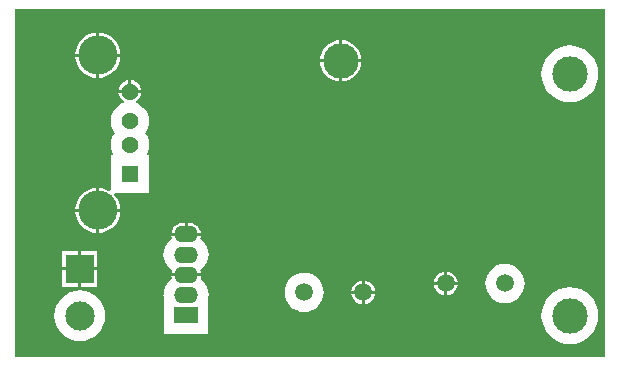
<source format=gbl>
G04*
G04 #@! TF.GenerationSoftware,Altium Limited,Altium Designer,18.0.9 (584)*
G04*
G04 Layer_Physical_Order=2*
G04 Layer_Color=16711680*
%FSLAX25Y25*%
%MOIN*%
G70*
G01*
G75*
%ADD39R,0.05622X0.05622*%
%ADD40C,0.05622*%
%ADD41C,0.13055*%
%ADD42O,0.07874X0.05512*%
%ADD43R,0.07874X0.05512*%
%ADD44C,0.05906*%
%ADD45R,0.09744X0.09744*%
%ADD46C,0.09744*%
%ADD47C,0.11811*%
G36*
X196850Y0D02*
X0D01*
Y116142D01*
X196850D01*
Y0D01*
D02*
G37*
%LPC*%
G36*
X28177Y108184D02*
Y101169D01*
X35192D01*
X35096Y102145D01*
X34665Y103564D01*
X33966Y104872D01*
X33026Y106018D01*
X31879Y106958D01*
X30572Y107658D01*
X29153Y108088D01*
X28177Y108184D01*
D02*
G37*
G36*
X27177Y108184D02*
X26202Y108088D01*
X24783Y107658D01*
X23475Y106958D01*
X22329Y106018D01*
X21388Y104872D01*
X20689Y103564D01*
X20258Y102145D01*
X20162Y101169D01*
X27177D01*
Y108184D01*
D02*
G37*
G36*
X109161Y105709D02*
Y99319D01*
X115551D01*
X115467Y100173D01*
X115072Y101474D01*
X114431Y102674D01*
X113568Y103726D01*
X112516Y104588D01*
X111317Y105230D01*
X110015Y105624D01*
X109161Y105709D01*
D02*
G37*
G36*
X108161D02*
X107308Y105624D01*
X106006Y105230D01*
X104806Y104588D01*
X103755Y103726D01*
X102892Y102674D01*
X102251Y101474D01*
X101856Y100173D01*
X101772Y99319D01*
X108161D01*
Y105709D01*
D02*
G37*
G36*
X35192Y100169D02*
X28177D01*
Y93155D01*
X29153Y93251D01*
X30572Y93681D01*
X31879Y94380D01*
X33026Y95321D01*
X33966Y96467D01*
X34665Y97775D01*
X35096Y99194D01*
X35192Y100169D01*
D02*
G37*
G36*
X27177D02*
X20162D01*
X20258Y99194D01*
X20689Y97775D01*
X21388Y96467D01*
X22329Y95321D01*
X23475Y94380D01*
X24783Y93681D01*
X26202Y93251D01*
X27177Y93155D01*
Y100169D01*
D02*
G37*
G36*
X115551Y98319D02*
X109161D01*
Y91929D01*
X110015Y92013D01*
X111317Y92408D01*
X112516Y93049D01*
X113568Y93912D01*
X114431Y94964D01*
X115072Y96163D01*
X115467Y97465D01*
X115551Y98319D01*
D02*
G37*
G36*
X108161D02*
X101772D01*
X101856Y97465D01*
X102251Y96163D01*
X102892Y94964D01*
X103755Y93912D01*
X104806Y93049D01*
X106006Y92408D01*
X107308Y92013D01*
X108161Y91929D01*
Y98319D01*
D02*
G37*
G36*
X38846Y92361D02*
Y89083D01*
X42125D01*
X42059Y89578D01*
X41675Y90505D01*
X41065Y91301D01*
X40268Y91912D01*
X39341Y92296D01*
X38846Y92361D01*
D02*
G37*
G36*
X37846D02*
X37352Y92296D01*
X36424Y91912D01*
X35628Y91301D01*
X35017Y90505D01*
X34633Y89578D01*
X34568Y89083D01*
X37846D01*
Y92361D01*
D02*
G37*
G36*
X185039Y103983D02*
X183187Y103800D01*
X181406Y103260D01*
X179764Y102383D01*
X178326Y101202D01*
X177145Y99763D01*
X176268Y98122D01*
X175727Y96341D01*
X175545Y94488D01*
X175727Y92636D01*
X176268Y90855D01*
X177145Y89213D01*
X178326Y87774D01*
X179764Y86594D01*
X181406Y85716D01*
X183187Y85176D01*
X185039Y84994D01*
X186892Y85176D01*
X188673Y85716D01*
X190314Y86594D01*
X191753Y87774D01*
X192934Y89213D01*
X193811Y90855D01*
X194351Y92636D01*
X194534Y94488D01*
X194351Y96341D01*
X193811Y98122D01*
X192934Y99763D01*
X191753Y101202D01*
X190314Y102383D01*
X188673Y103260D01*
X186892Y103800D01*
X185039Y103983D01*
D02*
G37*
G36*
X42125Y88083D02*
X38346D01*
X34568D01*
X34633Y87588D01*
X35017Y86661D01*
X35628Y85865D01*
X36363Y85301D01*
X36386Y84786D01*
X35903Y84639D01*
X34799Y84049D01*
X33832Y83255D01*
X33037Y82288D01*
X32447Y81184D01*
X32084Y79986D01*
X31961Y78740D01*
X32084Y77495D01*
X32447Y76297D01*
X33037Y75193D01*
X33357Y74803D01*
X33037Y74414D01*
X32447Y73310D01*
X32084Y72112D01*
X31961Y70866D01*
X32084Y69621D01*
X32447Y68423D01*
X32777Y67807D01*
X32520Y67378D01*
X31992D01*
Y55733D01*
X31492Y55433D01*
X30572Y55925D01*
X29153Y56356D01*
X28177Y56452D01*
Y49437D01*
X35192D01*
X35096Y50413D01*
X34665Y51832D01*
X33966Y53139D01*
X33121Y54169D01*
X33288Y54669D01*
X44701D01*
Y67378D01*
X44173D01*
X43916Y67807D01*
X44245Y68423D01*
X44609Y69621D01*
X44732Y70866D01*
X44609Y72112D01*
X44245Y73310D01*
X43655Y74414D01*
X43336Y74803D01*
X43655Y75193D01*
X44245Y76297D01*
X44609Y77495D01*
X44732Y78740D01*
X44609Y79986D01*
X44245Y81184D01*
X43655Y82288D01*
X42861Y83255D01*
X41894Y84049D01*
X40790Y84639D01*
X40307Y84786D01*
X40330Y85301D01*
X41065Y85865D01*
X41675Y86661D01*
X42059Y87588D01*
X42125Y88083D01*
D02*
G37*
G36*
X27177Y56452D02*
X26202Y56356D01*
X24783Y55925D01*
X23475Y55226D01*
X22329Y54286D01*
X21388Y53139D01*
X20689Y51832D01*
X20258Y50413D01*
X20162Y49437D01*
X27177D01*
Y56452D01*
D02*
G37*
G36*
X58268Y44733D02*
X57587D01*
Y41445D01*
X61990D01*
X61927Y41925D01*
X61549Y42839D01*
X60947Y43624D01*
X60162Y44226D01*
X59248Y44604D01*
X58268Y44733D01*
D02*
G37*
G36*
X56587D02*
X55905D01*
X54925Y44604D01*
X54011Y44226D01*
X53227Y43624D01*
X52625Y42839D01*
X52246Y41925D01*
X52183Y41445D01*
X56587D01*
Y44733D01*
D02*
G37*
G36*
X35192Y48437D02*
X28177D01*
Y41422D01*
X29153Y41518D01*
X30572Y41949D01*
X31879Y42648D01*
X33026Y43589D01*
X33966Y44735D01*
X34665Y46042D01*
X35096Y47461D01*
X35192Y48437D01*
D02*
G37*
G36*
X27177D02*
X20162D01*
X20258Y47461D01*
X20689Y46042D01*
X21388Y44735D01*
X22329Y43589D01*
X23475Y42648D01*
X24783Y41949D01*
X26202Y41518D01*
X27177Y41422D01*
Y48437D01*
D02*
G37*
G36*
X27526Y35321D02*
X22153D01*
Y29949D01*
X27526D01*
Y35321D01*
D02*
G37*
G36*
X21154D02*
X15781D01*
Y29949D01*
X21154D01*
Y35321D01*
D02*
G37*
G36*
X58268Y40582D02*
X57087D01*
X55905D01*
X54671Y40460D01*
X54620Y40445D01*
X52183D01*
X52246Y39964D01*
X52425Y39534D01*
X52389Y39515D01*
X51430Y38728D01*
X50643Y37769D01*
X50058Y36674D01*
X49697Y35487D01*
X49576Y34252D01*
X49697Y33017D01*
X50058Y31830D01*
X50643Y30735D01*
X51430Y29776D01*
X52389Y28989D01*
X52425Y28970D01*
X52246Y28540D01*
X52183Y28059D01*
X54620D01*
X54671Y28044D01*
X55905Y27922D01*
X57087D01*
X58268D01*
X59503Y28044D01*
X59553Y28059D01*
X61990D01*
X61927Y28540D01*
X61749Y28970D01*
X61784Y28989D01*
X62744Y29776D01*
X63531Y30735D01*
X64116Y31830D01*
X64476Y33017D01*
X64597Y34252D01*
X64476Y35487D01*
X64116Y36674D01*
X63531Y37769D01*
X62744Y38728D01*
X61784Y39515D01*
X61749Y39534D01*
X61927Y39964D01*
X61990Y40445D01*
X59553D01*
X59503Y40460D01*
X58268Y40582D01*
D02*
G37*
G36*
X144201Y28527D02*
Y25106D01*
X147622D01*
X147552Y25638D01*
X147153Y26600D01*
X146520Y27425D01*
X145694Y28059D01*
X144733Y28457D01*
X144201Y28527D01*
D02*
G37*
G36*
X143201D02*
X142669Y28457D01*
X141707Y28059D01*
X140882Y27425D01*
X140248Y26600D01*
X139850Y25638D01*
X139780Y25106D01*
X143201D01*
Y28527D01*
D02*
G37*
G36*
X27526Y28949D02*
X22153D01*
Y23577D01*
X27526D01*
Y28949D01*
D02*
G37*
G36*
X21154D02*
X15781D01*
Y23577D01*
X21154D01*
Y28949D01*
D02*
G37*
G36*
X116642Y25575D02*
Y22153D01*
X120063D01*
X119993Y22685D01*
X119595Y23647D01*
X118961Y24473D01*
X118135Y25106D01*
X117174Y25505D01*
X116642Y25575D01*
D02*
G37*
G36*
X115642Y25575D02*
X115110Y25505D01*
X114148Y25106D01*
X113323Y24473D01*
X112689Y23647D01*
X112291Y22685D01*
X112221Y22153D01*
X115642D01*
Y25575D01*
D02*
G37*
G36*
X147622Y24106D02*
X144201D01*
Y20685D01*
X144733Y20755D01*
X145694Y21154D01*
X146520Y21787D01*
X147153Y22613D01*
X147552Y23574D01*
X147622Y24106D01*
D02*
G37*
G36*
X143201D02*
X139780D01*
X139850Y23574D01*
X140248Y22613D01*
X140882Y21787D01*
X141707Y21154D01*
X142669Y20755D01*
X143201Y20685D01*
Y24106D01*
D02*
G37*
G36*
X163386Y31134D02*
X162112Y31008D01*
X160888Y30637D01*
X159759Y30034D01*
X158770Y29222D01*
X157958Y28233D01*
X157355Y27104D01*
X156984Y25880D01*
X156858Y24606D01*
X156984Y23333D01*
X157355Y22108D01*
X157958Y20980D01*
X158770Y19991D01*
X159759Y19179D01*
X160888Y18576D01*
X162112Y18204D01*
X163386Y18079D01*
X164659Y18204D01*
X165884Y18576D01*
X167012Y19179D01*
X168001Y19991D01*
X168813Y20980D01*
X169416Y22108D01*
X169788Y23333D01*
X169913Y24606D01*
X169788Y25880D01*
X169416Y27104D01*
X168813Y28233D01*
X168001Y29222D01*
X167012Y30034D01*
X165884Y30637D01*
X164659Y31008D01*
X163386Y31134D01*
D02*
G37*
G36*
X115642Y21154D02*
X112221D01*
X112291Y20622D01*
X112689Y19660D01*
X113323Y18834D01*
X114148Y18201D01*
X115110Y17803D01*
X115642Y17732D01*
Y21154D01*
D02*
G37*
G36*
X120063D02*
X116642D01*
Y17732D01*
X117174Y17803D01*
X118135Y18201D01*
X118961Y18834D01*
X119595Y19660D01*
X119993Y20622D01*
X120063Y21154D01*
D02*
G37*
G36*
X96457Y28181D02*
X95183Y28056D01*
X93959Y27684D01*
X92830Y27081D01*
X91841Y26269D01*
X91029Y25280D01*
X90426Y24151D01*
X90055Y22927D01*
X89929Y21654D01*
X90055Y20380D01*
X90426Y19156D01*
X91029Y18027D01*
X91841Y17038D01*
X92830Y16226D01*
X93959Y15623D01*
X95183Y15251D01*
X96457Y15126D01*
X97730Y15251D01*
X98955Y15623D01*
X100083Y16226D01*
X101072Y17038D01*
X101884Y18027D01*
X102487Y19156D01*
X102859Y20380D01*
X102984Y21654D01*
X102859Y22927D01*
X102487Y24151D01*
X101884Y25280D01*
X101072Y26269D01*
X100083Y27081D01*
X98955Y27684D01*
X97730Y28056D01*
X96457Y28181D01*
D02*
G37*
G36*
X58268Y27196D02*
X57087D01*
X55905D01*
X54671Y27074D01*
X54620Y27059D01*
X52183D01*
X52246Y26579D01*
X52425Y26148D01*
X52389Y26129D01*
X51430Y25342D01*
X50643Y24383D01*
X50058Y23288D01*
X49697Y22101D01*
X49585Y20964D01*
X49576Y20866D01*
X49606Y20472D01*
X49606D01*
Y7874D01*
X64567D01*
Y20472D01*
X64567D01*
X64597Y20866D01*
X64588Y20956D01*
X64476Y22101D01*
X64116Y23288D01*
X63531Y24383D01*
X62744Y25342D01*
X61784Y26129D01*
X61749Y26148D01*
X61927Y26579D01*
X61990Y27059D01*
X59553D01*
X59503Y27074D01*
X58268Y27196D01*
D02*
G37*
G36*
X21654Y22314D02*
X20004Y22152D01*
X18417Y21671D01*
X16956Y20889D01*
X15674Y19838D01*
X14623Y18556D01*
X13841Y17094D01*
X13360Y15508D01*
X13197Y13858D01*
X13360Y12209D01*
X13841Y10622D01*
X14623Y9160D01*
X15674Y7879D01*
X16956Y6827D01*
X18417Y6046D01*
X20004Y5565D01*
X21654Y5402D01*
X23303Y5565D01*
X24890Y6046D01*
X26351Y6827D01*
X27633Y7879D01*
X28684Y9160D01*
X29466Y10622D01*
X29947Y12209D01*
X30110Y13858D01*
X29947Y15508D01*
X29466Y17094D01*
X28684Y18556D01*
X27633Y19838D01*
X26351Y20889D01*
X24890Y21671D01*
X23303Y22152D01*
X21654Y22314D01*
D02*
G37*
G36*
X185039Y23392D02*
X183187Y23210D01*
X181406Y22670D01*
X179764Y21792D01*
X178326Y20611D01*
X177145Y19173D01*
X176268Y17531D01*
X175727Y15750D01*
X175545Y13898D01*
X175727Y12045D01*
X176268Y10264D01*
X177145Y8623D01*
X178326Y7184D01*
X179764Y6003D01*
X181406Y5126D01*
X183187Y4586D01*
X185039Y4403D01*
X186892Y4586D01*
X188673Y5126D01*
X190314Y6003D01*
X191753Y7184D01*
X192934Y8623D01*
X193811Y10264D01*
X194351Y12045D01*
X194534Y13898D01*
X194351Y15750D01*
X193811Y17531D01*
X192934Y19173D01*
X191753Y20611D01*
X190314Y21792D01*
X188673Y22670D01*
X186892Y23210D01*
X185039Y23392D01*
D02*
G37*
%LPD*%
D39*
X38346Y61024D02*
D03*
D40*
Y70866D02*
D03*
Y78740D02*
D03*
Y88583D02*
D03*
D41*
X27677Y48937D02*
D03*
Y100669D02*
D03*
D42*
X57087Y40945D02*
D03*
Y34252D02*
D03*
Y27559D02*
D03*
Y20866D02*
D03*
D43*
Y14173D02*
D03*
D44*
X163386Y24606D02*
D03*
X143701D02*
D03*
X96457Y21654D02*
D03*
X116142D02*
D03*
D45*
X21654Y29449D02*
D03*
D46*
Y13858D02*
D03*
D47*
X108661Y98819D02*
D03*
X185039Y13898D02*
D03*
Y94488D02*
D03*
M02*

</source>
